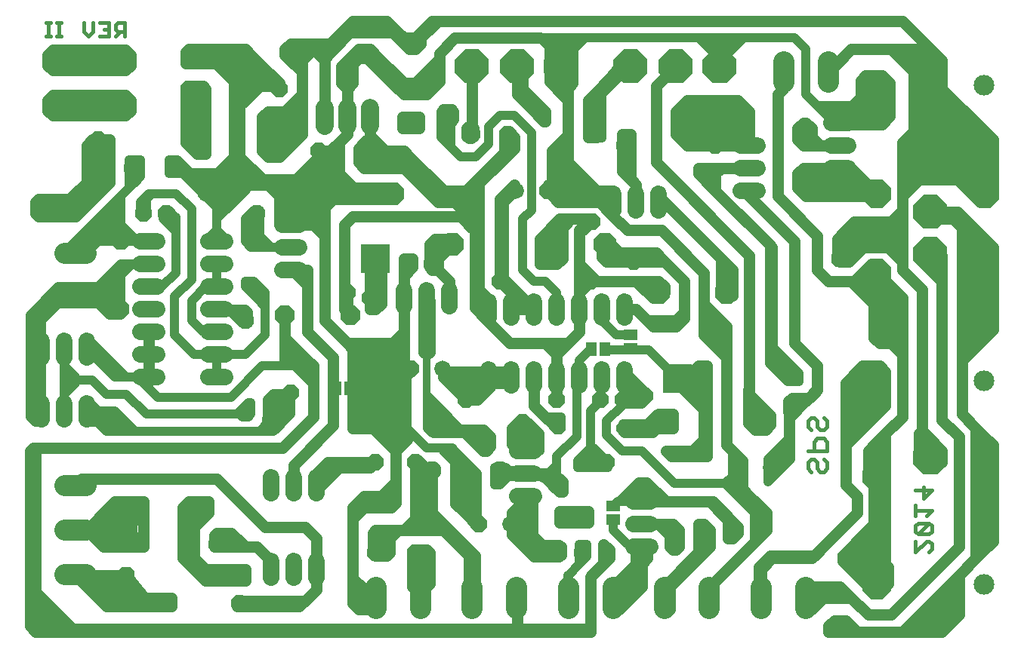
<source format=gbr>
G75*
G70*
%OFA0B0*%
%FSLAX24Y24*%
%IPPOS*%
%LPD*%
%AMOC8*
5,1,8,0,0,1.08239X$1,22.5*
%
%ADD10C,0.0180*%
%ADD11C,0.0150*%
%ADD12R,0.1000X0.1500*%
%ADD13R,0.2250X0.3500*%
%ADD14C,0.0920*%
%ADD15C,0.0720*%
%ADD16OC8,0.0720*%
%ADD17C,0.0720*%
%ADD18C,0.0872*%
%ADD19C,0.0833*%
%ADD20C,0.0840*%
%ADD21OC8,0.0760*%
%ADD22R,0.1280X0.1280*%
%ADD23OC8,0.1000*%
%ADD24C,0.0912*%
%ADD25C,0.0800*%
%ADD26R,0.0630X0.0460*%
%ADD27R,0.0460X0.0630*%
%ADD28C,0.1000*%
%ADD29C,0.0500*%
%ADD30C,0.0400*%
%ADD31C,0.0700*%
%ADD32C,0.0320*%
%ADD33OC8,0.1250*%
%ADD34OC8,0.1500*%
%ADD35OC8,0.0700*%
%ADD36OC8,0.0860*%
D10*
X041520Y019108D02*
X041657Y018971D01*
X041520Y019108D02*
X041520Y019381D01*
X041657Y019518D01*
X041794Y019518D01*
X041930Y019381D01*
X041930Y019108D01*
X042067Y018971D01*
X042204Y018971D01*
X042341Y019108D01*
X042341Y019381D01*
X042204Y019518D01*
X042341Y019892D02*
X041520Y019892D01*
X041794Y019892D02*
X041794Y020302D01*
X041930Y020439D01*
X042204Y020439D01*
X042341Y020302D01*
X042341Y019892D01*
X042204Y020813D02*
X042067Y020813D01*
X041930Y020949D01*
X041930Y021223D01*
X041794Y021360D01*
X041657Y021360D01*
X041520Y021223D01*
X041520Y020949D01*
X041657Y020813D01*
X042204Y020813D02*
X042341Y020949D01*
X042341Y021223D01*
X042204Y021360D01*
X011340Y038233D02*
X011340Y038814D01*
X011050Y038814D01*
X010953Y038717D01*
X010953Y038524D01*
X011050Y038427D01*
X011340Y038427D01*
X011147Y038427D02*
X010953Y038233D01*
X010640Y038233D02*
X010253Y038233D01*
X010447Y038524D02*
X010640Y038524D01*
X010640Y038814D02*
X010640Y038233D01*
X010640Y038814D02*
X010253Y038814D01*
X009940Y038814D02*
X009940Y038427D01*
X009747Y038233D01*
X009553Y038427D01*
X009553Y038814D01*
X008541Y038814D02*
X008347Y038814D01*
X008444Y038814D02*
X008444Y038233D01*
X008541Y038233D02*
X008347Y038233D01*
X008074Y038233D02*
X007881Y038233D01*
X007978Y038233D02*
X007978Y038814D01*
X008074Y038814D02*
X007881Y038814D01*
D11*
X046270Y018157D02*
X046981Y018157D01*
X046625Y017801D01*
X046625Y018275D01*
X046270Y017483D02*
X046270Y017010D01*
X046270Y017246D02*
X046981Y017246D01*
X046744Y017010D01*
X046862Y016691D02*
X046388Y016691D01*
X046270Y016573D01*
X046270Y016336D01*
X046388Y016218D01*
X046862Y016691D01*
X046981Y016573D01*
X046981Y016336D01*
X046862Y016218D01*
X046388Y016218D01*
X046270Y015900D02*
X046270Y015426D01*
X046744Y015900D01*
X046862Y015900D01*
X046981Y015781D01*
X046981Y015544D01*
X046862Y015426D01*
D12*
X011430Y016643D03*
D13*
X022555Y022893D03*
D14*
X022440Y013853D02*
X022440Y012933D01*
X024420Y012933D02*
X024420Y013853D01*
X026690Y013853D02*
X026690Y012933D01*
X028670Y012933D02*
X028670Y013853D01*
X030940Y013853D02*
X030940Y012933D01*
X032920Y012933D02*
X032920Y013853D01*
X035190Y013853D02*
X035190Y012933D01*
X037170Y012933D02*
X037170Y013853D01*
X039440Y013853D02*
X039440Y012933D01*
X041420Y012933D02*
X041420Y013853D01*
X009640Y014423D02*
X008720Y014423D01*
X008720Y016393D02*
X009640Y016393D01*
X009640Y018363D02*
X008720Y018363D01*
X008720Y026653D02*
X009640Y026653D01*
X009640Y028633D02*
X008720Y028633D01*
X008720Y035153D02*
X009640Y035153D01*
X009640Y037133D02*
X008720Y037133D01*
X040440Y037103D02*
X040440Y036183D01*
X042420Y036183D02*
X042420Y037103D01*
D15*
X028605Y031393D03*
X020230Y037393D03*
X014180Y035143D03*
X018680Y023843D03*
X025380Y023518D03*
X028380Y016643D03*
X038305Y016393D03*
X039880Y019143D03*
D16*
X038480Y019143D03*
X036930Y019768D03*
X035680Y019768D03*
X035243Y021143D03*
X034305Y022331D03*
X033368Y022143D03*
X032368Y022143D03*
X030430Y022143D03*
X028930Y021143D03*
X027305Y020143D03*
X024930Y021143D03*
X026430Y022143D03*
X023980Y023518D03*
X022180Y022643D03*
X018680Y022443D03*
X016680Y021643D03*
X016680Y025643D03*
X017180Y026893D03*
X021180Y026893D03*
X022180Y026643D03*
X023930Y028143D03*
X024930Y028143D03*
X026680Y029893D03*
X029805Y028268D03*
X027930Y027393D03*
X031930Y027393D03*
X033805Y028268D03*
X031993Y030018D03*
X031993Y031018D03*
X030005Y031393D03*
X028243Y033893D03*
X026680Y033893D03*
X025743Y034706D03*
X024180Y035893D03*
X021630Y037393D03*
X024180Y037893D03*
X018680Y037393D03*
X018180Y035893D03*
X016680Y037393D03*
X014180Y037143D03*
X014180Y035893D03*
X011180Y035143D03*
X010180Y033643D03*
X011680Y032393D03*
X013680Y032393D03*
X014180Y033643D03*
X013180Y030393D03*
X012180Y030393D03*
X008180Y030393D03*
X017180Y030393D03*
X019930Y033143D03*
X021930Y033143D03*
X029743Y034706D03*
X032243Y033893D03*
X033430Y033393D03*
X037430Y033393D03*
X037430Y034143D03*
X041430Y034143D03*
X040930Y023143D03*
X040930Y022081D03*
X039743Y021143D03*
X036930Y022081D03*
X036930Y023143D03*
X032618Y019393D03*
X031555Y019393D03*
X034305Y018331D03*
X035680Y015768D03*
X036930Y015768D03*
X039305Y016393D03*
X032618Y015393D03*
X031555Y015393D03*
X026980Y016643D03*
X024180Y015393D03*
X022430Y015393D03*
X022430Y019393D03*
X023305Y020143D03*
X024180Y019393D03*
X015430Y015768D03*
X016430Y013143D03*
X012430Y013143D03*
X011430Y015768D03*
X010930Y021393D03*
X010930Y023393D03*
X011180Y037143D03*
D17*
X018320Y029893D02*
X019040Y029893D01*
X019040Y028893D02*
X018320Y028893D01*
X018320Y027893D02*
X019040Y027893D01*
X015790Y028143D02*
X015070Y028143D01*
X015070Y027143D02*
X015790Y027143D01*
X015790Y026143D02*
X015070Y026143D01*
X015070Y025143D02*
X015790Y025143D01*
X015790Y024143D02*
X015070Y024143D01*
X015070Y023143D02*
X015790Y023143D01*
X012790Y023143D02*
X012070Y023143D01*
X012070Y024143D02*
X012790Y024143D01*
X012790Y025143D02*
X012070Y025143D01*
X012070Y026143D02*
X012790Y026143D01*
X012790Y027143D02*
X012070Y027143D01*
X012070Y028143D02*
X012790Y028143D01*
X012790Y029143D02*
X012070Y029143D01*
X015070Y029143D02*
X015790Y029143D01*
X009680Y024753D02*
X009680Y024033D01*
X008680Y024033D02*
X008680Y024753D01*
X007680Y024753D02*
X007680Y024033D01*
X007680Y022003D02*
X007680Y021283D01*
X008680Y021283D02*
X008680Y022003D01*
X009680Y022003D02*
X009680Y021283D01*
X017805Y018738D02*
X017805Y018018D01*
X018805Y018018D02*
X018805Y018738D01*
X019805Y018738D02*
X019805Y018018D01*
X019805Y015018D02*
X019805Y014298D01*
X018805Y014298D02*
X018805Y015018D01*
X017805Y015018D02*
X017805Y014298D01*
X028695Y017893D02*
X029415Y017893D01*
X029415Y018893D02*
X028695Y018893D01*
X028695Y019893D02*
X029415Y019893D01*
X029430Y022783D02*
X029430Y023503D01*
X030430Y023503D02*
X030430Y022783D01*
X031430Y022783D02*
X031430Y023503D01*
X032430Y023503D02*
X032430Y022783D01*
X033430Y022783D02*
X033430Y023503D01*
X033430Y025783D02*
X033430Y026503D01*
X032430Y026503D02*
X032430Y025783D01*
X031430Y025783D02*
X031430Y026503D01*
X030430Y026503D02*
X030430Y025783D01*
X029430Y025783D02*
X029430Y026503D01*
X028430Y026503D02*
X028430Y025783D01*
X027430Y025783D02*
X027430Y026503D01*
X025680Y026283D02*
X025680Y027003D01*
X024680Y027003D02*
X024680Y026283D01*
X023680Y026283D02*
X023680Y027003D01*
X027430Y023503D02*
X027430Y022783D01*
X028430Y022783D02*
X028430Y023503D01*
X033820Y017643D02*
X034540Y017643D01*
X034540Y016643D02*
X033820Y016643D01*
X033820Y015643D02*
X034540Y015643D01*
X034930Y030533D02*
X034930Y031253D01*
X033930Y031253D02*
X033930Y030533D01*
X032930Y030533D02*
X032930Y031253D01*
X038570Y031393D02*
X039290Y031393D01*
X039290Y032393D02*
X038570Y032393D01*
X038570Y033393D02*
X039290Y033393D01*
X042570Y033393D02*
X043290Y033393D01*
X043290Y032393D02*
X042570Y032393D01*
X042570Y034393D02*
X043290Y034393D01*
D18*
X037649Y036893D03*
X035680Y036893D03*
X033711Y036893D03*
X030649Y036893D03*
X028680Y036893D03*
X026711Y036893D03*
D19*
X017680Y034393D03*
X017680Y033143D03*
X014680Y033143D03*
X014680Y034393D03*
X024930Y019018D03*
X027930Y019018D03*
D20*
X014993Y031331D03*
X009993Y031331D03*
D21*
X011180Y029143D03*
X011180Y026143D03*
X011930Y017518D03*
X014930Y017518D03*
X016430Y014393D03*
X011430Y014393D03*
X030430Y015393D03*
X030430Y018393D03*
X043180Y015143D03*
X043180Y012143D03*
X042930Y028393D03*
X042930Y031393D03*
D22*
X035743Y023081D03*
X022430Y028393D03*
D23*
X025805Y029018D03*
X023180Y031268D03*
X032555Y029018D03*
X034930Y026893D03*
X037930Y026893D03*
X021680Y021143D03*
X017930Y021143D03*
D24*
X044568Y022978D03*
X049292Y022978D03*
X046930Y019569D03*
X049292Y018781D03*
X044568Y018781D03*
X044568Y013978D03*
X049292Y013978D03*
X049292Y027781D03*
X046930Y028569D03*
X046930Y030468D03*
X049292Y031256D03*
X044568Y031256D03*
X044568Y027781D03*
X044568Y036059D03*
X049292Y036059D03*
D25*
X022180Y035043D02*
X022180Y034243D01*
X021180Y034243D02*
X021180Y035043D01*
X020180Y035043D02*
X020180Y034243D01*
D26*
X033680Y025006D03*
X033680Y024406D03*
X032930Y017443D03*
X032930Y016843D03*
D27*
X032543Y024393D03*
X031943Y024393D03*
X021293Y022643D03*
X020693Y022643D03*
D28*
X025180Y031268D03*
D29*
X007430Y012393D02*
X007430Y011893D01*
X007180Y012143D01*
X007180Y014143D01*
X007430Y014143D01*
X007430Y013643D01*
X009180Y011893D01*
X008680Y011893D01*
X007680Y012893D01*
X007680Y012393D01*
X007930Y012143D01*
X007805Y012018D02*
X028430Y012018D01*
X028305Y011893D01*
X009180Y011893D01*
X008680Y011893D02*
X007430Y011893D01*
X007805Y012018D02*
X007430Y012393D01*
X007430Y013643D01*
X007430Y014143D02*
X007430Y020018D01*
X007305Y020018D01*
X007180Y019893D01*
X007180Y014143D01*
X008960Y014393D02*
X009180Y014423D01*
X009180Y014393D02*
X010555Y013018D01*
X010680Y013018D01*
X012930Y013018D01*
X013430Y013018D01*
X013430Y013393D01*
X013180Y013393D01*
X013430Y013143D01*
X013180Y013393D02*
X012930Y013393D01*
X011680Y013393D01*
X011930Y013143D01*
X010930Y013143D01*
X009680Y014143D01*
X010430Y014143D01*
X011180Y013393D01*
X011180Y013643D01*
X010680Y014143D01*
X010930Y014143D01*
X011430Y014393D01*
X012430Y013143D01*
X012930Y013393D01*
X012930Y013018D02*
X012430Y013143D01*
X011930Y013143D01*
X011680Y013393D02*
X011180Y013893D01*
X011430Y014393D01*
X009180Y014393D01*
X008960Y014393D01*
X010430Y015643D02*
X012180Y015643D01*
X012055Y015643D02*
X012180Y015768D01*
X012180Y016143D01*
X011430Y015768D01*
X012055Y015643D01*
X012180Y016143D02*
X012180Y017643D01*
X010930Y017643D01*
X009680Y016393D01*
X010430Y015643D01*
X011430Y015768D01*
X011930Y017518D01*
X010930Y017143D02*
X010430Y016643D01*
X010430Y016393D01*
X010680Y016143D01*
X010680Y015893D02*
X010930Y015893D01*
X010930Y017143D01*
X010180Y016393D02*
X009680Y016393D01*
X009180Y016393D01*
X010180Y016393D02*
X010680Y015893D01*
X013930Y015143D02*
X014430Y014643D01*
X014680Y014643D01*
X016180Y014643D01*
X016680Y014643D01*
X016680Y014143D01*
X014930Y014143D01*
X014180Y014893D01*
X014180Y017643D01*
X013930Y017393D01*
X013930Y015143D01*
X014430Y015143D02*
X015180Y014393D01*
X015430Y014393D01*
X014680Y014643D02*
X014430Y014893D01*
X014430Y015143D01*
X014430Y016518D01*
X015055Y017143D01*
X014430Y017143D01*
X014430Y016518D01*
X015055Y017143D02*
X015055Y017643D01*
X014430Y017643D01*
X014930Y017518D01*
X014430Y017643D02*
X014180Y017643D01*
X015430Y018643D02*
X009460Y018643D01*
X009180Y018363D01*
X007430Y020018D02*
X018305Y020018D01*
X019680Y021393D01*
X019680Y022893D01*
X019680Y023143D01*
X018930Y023893D01*
X018680Y023893D01*
X018430Y024143D01*
X018430Y024643D01*
X018430Y024893D01*
X018555Y024768D01*
X018430Y024643D01*
X018555Y024768D02*
X019430Y023893D01*
X018680Y024393D01*
X018680Y023893D01*
X019680Y022893D01*
X019680Y023143D02*
X019680Y023643D01*
X019430Y023893D01*
X018930Y023893D01*
X018680Y023843D02*
X018480Y023843D01*
X018430Y023893D01*
X018430Y024143D01*
X018430Y024893D02*
X018430Y025893D01*
X019430Y025143D02*
X020555Y024018D01*
X020555Y022643D01*
X020555Y021018D01*
X018805Y019268D01*
X018805Y018018D01*
X019805Y018018D02*
X019805Y018643D01*
X020305Y019143D01*
X020805Y019143D01*
X019805Y018143D01*
X019805Y018018D01*
X019805Y018643D02*
X019805Y018768D01*
X019805Y018893D01*
X020305Y019393D01*
X022430Y019393D01*
X022180Y019143D01*
X020805Y019143D01*
X020305Y019143D02*
X022430Y019393D01*
X023305Y019893D02*
X023805Y020393D01*
X023805Y020768D01*
X023680Y020893D01*
X022680Y020893D01*
X023305Y020268D01*
X023305Y020581D01*
X022743Y021143D01*
X023555Y021956D01*
X023555Y023018D01*
X023680Y023143D01*
X023680Y021893D01*
X023180Y021893D01*
X022680Y021393D01*
X022430Y021393D01*
X022430Y022643D01*
X022680Y022893D01*
X023180Y022893D01*
X023180Y022393D01*
X022680Y021893D01*
X022680Y022393D01*
X022930Y022643D01*
X023180Y023143D02*
X022430Y023143D01*
X022180Y022893D01*
X022180Y022643D01*
X022180Y021393D01*
X021430Y021393D01*
X021430Y021268D01*
X021618Y021331D01*
X021430Y021393D01*
X021430Y022518D01*
X021430Y024393D01*
X021180Y024643D01*
X023180Y024643D01*
X023680Y025143D01*
X023680Y023643D01*
X023180Y023143D01*
X023680Y023143D02*
X023680Y023643D01*
X023980Y023518D02*
X023930Y023343D01*
X023680Y023143D01*
X024680Y024143D02*
X024805Y024268D01*
X024805Y026518D01*
X024555Y026518D01*
X024555Y024268D01*
X024680Y024143D01*
X024680Y026643D01*
X025680Y026643D02*
X025680Y027393D01*
X025180Y027893D01*
X024930Y028143D01*
X025680Y028893D01*
X025680Y029143D01*
X025805Y029268D01*
X025055Y029268D01*
X024805Y029018D01*
X024805Y028518D01*
X025243Y028956D01*
X025680Y028893D02*
X025805Y029018D01*
X026930Y029518D02*
X026180Y030268D01*
X021430Y030268D01*
X021055Y029893D01*
X021055Y026143D01*
X021118Y026081D01*
X021180Y026143D01*
X021180Y026893D01*
X022180Y026643D02*
X022430Y026643D01*
X022430Y028393D01*
X022680Y028393D02*
X022180Y028393D01*
X022180Y026143D01*
X022430Y026143D01*
X022680Y026393D01*
X022680Y028393D01*
X023680Y028393D02*
X024055Y028393D01*
X024055Y028018D01*
X023930Y027893D01*
X023930Y028143D01*
X023930Y027893D02*
X023805Y027768D01*
X023680Y028393D02*
X023680Y026643D01*
X023680Y025143D01*
X025380Y023518D02*
X025430Y023393D01*
X025430Y023143D01*
X026430Y022143D01*
X026930Y022143D01*
X027430Y022643D01*
X027430Y023393D01*
X028430Y023393D01*
X028430Y022893D01*
X026680Y022893D01*
X026180Y022893D01*
X026430Y023143D02*
X026680Y022893D01*
X026930Y022893D02*
X026930Y022643D01*
X027430Y023143D01*
X028430Y023143D01*
X027430Y023393D02*
X027180Y023393D01*
X027180Y023143D01*
X026430Y022393D01*
X026180Y022393D01*
X025680Y022893D01*
X025930Y023143D01*
X026430Y023143D01*
X026430Y023393D02*
X025430Y023393D01*
X026430Y023393D02*
X027180Y023393D01*
X026930Y022893D02*
X026430Y023393D01*
X026930Y022643D02*
X026430Y022143D01*
X025180Y021643D02*
X025180Y021393D01*
X025430Y021143D01*
X025618Y021331D01*
X026118Y020831D01*
X027180Y020831D01*
X027493Y020518D01*
X027493Y020081D01*
X027305Y019893D01*
X027305Y020143D01*
X026930Y020518D01*
X026618Y020518D01*
X026368Y020768D01*
X025055Y020768D01*
X024993Y020706D01*
X026555Y020706D01*
X026305Y020768D02*
X025305Y020768D01*
X025180Y020893D01*
X026305Y020768D02*
X027180Y019893D01*
X027305Y019893D01*
X026430Y019143D02*
X026430Y018143D01*
X026680Y017643D02*
X026680Y018893D01*
X026430Y019143D01*
X024930Y019143D02*
X024430Y019143D01*
X024430Y017143D01*
X024305Y017143D02*
X024305Y017518D01*
X024930Y017143D01*
X024930Y016643D01*
X025055Y016643D02*
X024305Y017143D01*
X024180Y016893D02*
X024680Y016393D01*
X025430Y016393D01*
X026555Y015268D01*
X026555Y013268D01*
X026680Y013268D01*
X026805Y013393D01*
X026805Y015268D01*
X026680Y015393D01*
X024930Y017143D01*
X024930Y019018D01*
X024555Y019018D01*
X024430Y019143D02*
X024180Y019143D01*
X024180Y019393D01*
X024180Y019143D02*
X024180Y018393D01*
X024805Y019018D01*
X024930Y019018D01*
X024180Y018393D02*
X024180Y016893D01*
X023680Y016393D01*
X023430Y016393D01*
X023305Y016393D01*
X022805Y015893D01*
X022555Y016018D02*
X022555Y015393D01*
X022430Y015393D02*
X022430Y015268D01*
X022930Y015268D01*
X023055Y015393D01*
X023055Y016018D01*
X023430Y016393D01*
X023305Y016393D02*
X022930Y016393D01*
X022555Y016018D01*
X022430Y015893D01*
X022430Y016393D01*
X022305Y016268D01*
X022305Y015518D01*
X022430Y015393D01*
X022430Y015893D01*
X022430Y016393D02*
X022930Y016393D01*
X023680Y016393D02*
X024180Y016393D01*
X024680Y016393D01*
X024180Y016393D02*
X024180Y016893D01*
X024930Y017143D02*
X025430Y016393D01*
X024680Y015518D02*
X024180Y015518D01*
X024180Y015393D01*
X024305Y015268D01*
X024305Y013393D01*
X024420Y013393D02*
X024170Y015383D01*
X024180Y015393D01*
X024055Y015268D01*
X024055Y013893D01*
X024180Y013768D01*
X024180Y013393D01*
X024555Y013768D02*
X024805Y014018D01*
X024805Y015393D01*
X024680Y015518D01*
X026555Y015268D02*
X026680Y015143D01*
X026680Y015393D01*
X026680Y015143D02*
X026680Y013393D01*
X026690Y013393D01*
X028670Y013393D02*
X028680Y013393D01*
X028680Y011893D01*
X031680Y011893D01*
X031930Y011893D01*
X031930Y012018D01*
X031930Y014331D01*
X032743Y015143D01*
X032743Y015268D01*
X032680Y015331D01*
X032680Y015393D01*
X032618Y015393D02*
X032743Y015518D01*
X032493Y015768D01*
X032493Y015018D01*
X032618Y015331D02*
X032618Y015393D01*
X033930Y015643D02*
X033930Y014643D01*
X034180Y014643D02*
X034180Y013893D01*
X033680Y013393D01*
X033180Y012893D01*
X032930Y013893D01*
X034180Y015143D01*
X034180Y015643D01*
X034430Y015393D01*
X034430Y015143D01*
X034180Y014893D01*
X034180Y014643D01*
X034180Y014893D02*
X034180Y015143D01*
X035430Y015643D02*
X035430Y016143D01*
X034930Y016643D01*
X035555Y016268D01*
X035680Y016393D01*
X035805Y016393D01*
X035805Y015643D01*
X035680Y015518D01*
X035555Y015518D01*
X035430Y015643D01*
X035680Y015768D02*
X035680Y015518D01*
X035680Y015768D02*
X035680Y015893D01*
X035430Y016143D01*
X035680Y016393D02*
X035680Y015768D01*
X035805Y016393D02*
X035555Y016643D01*
X034930Y016643D01*
X034180Y016643D01*
X034930Y016643D02*
X035805Y016393D01*
X036680Y016393D02*
X036680Y016643D01*
X036930Y016643D01*
X037180Y016393D01*
X037180Y015643D01*
X036930Y015768D01*
X036930Y015643D01*
X035180Y013893D01*
X035190Y013903D02*
X036930Y015393D01*
X037180Y015643D01*
X036930Y015768D02*
X036930Y016393D01*
X037180Y016393D01*
X036930Y016393D02*
X036680Y016393D01*
X036680Y015143D01*
X035430Y013893D01*
X035430Y012893D01*
X035180Y013393D01*
X035190Y013393D02*
X035190Y013903D01*
X033680Y013393D02*
X032930Y013393D01*
X032920Y013393D01*
X031930Y012018D02*
X028430Y012018D01*
X028305Y011893D02*
X028680Y011893D01*
X029680Y015393D02*
X029180Y015893D01*
X029180Y016593D01*
X028380Y016643D01*
X029180Y016693D01*
X029055Y017893D01*
X029805Y018768D02*
X030055Y018893D01*
X029743Y018893D01*
X030555Y018081D01*
X030680Y018081D01*
X030680Y018518D01*
X030368Y018831D01*
X030430Y018643D02*
X030430Y018393D01*
X029743Y018893D02*
X029680Y018893D01*
X029180Y018893D01*
X029055Y018893D01*
X028930Y020143D02*
X029618Y020143D01*
X030368Y020956D02*
X030493Y020956D01*
X030555Y020956D01*
X030430Y021018D01*
X030368Y021268D01*
X030180Y021143D02*
X030368Y020956D01*
X030180Y021143D02*
X029930Y021393D01*
X029430Y021893D01*
X029430Y023143D01*
X030430Y023143D02*
X030430Y022143D01*
X030430Y023143D02*
X030430Y024143D01*
X029930Y024643D01*
X030930Y024643D01*
X031430Y025143D01*
X031430Y026143D01*
X031430Y026893D01*
X031430Y028143D01*
X032180Y027393D01*
X033930Y027393D01*
X034680Y026643D01*
X034930Y026643D01*
X035180Y026893D01*
X035180Y027143D01*
X034930Y027393D01*
X034430Y027393D01*
X034930Y026893D01*
X034430Y027393D02*
X033930Y027393D01*
X033805Y028268D02*
X035055Y028393D01*
X035180Y028268D01*
X033305Y028268D01*
X032618Y028268D01*
X032430Y028456D01*
X032430Y029018D01*
X032555Y029018D02*
X032680Y029143D01*
X033180Y028643D01*
X033305Y028268D01*
X033180Y028393D02*
X032680Y028893D01*
X033180Y028643D02*
X034805Y028643D01*
X035055Y028393D01*
X035180Y028268D02*
X036055Y027393D01*
X036055Y026018D01*
X036055Y025768D01*
X035680Y025393D01*
X034680Y025393D01*
X034430Y025643D01*
X033930Y026143D01*
X033430Y026143D01*
X034430Y025643D02*
X035680Y025643D01*
X036055Y026018D01*
X036930Y026393D02*
X036930Y025018D01*
X037555Y024393D01*
X037930Y024018D01*
X037930Y024518D01*
X037805Y024518D01*
X037180Y025143D01*
X037180Y025643D01*
X037680Y025143D01*
X037680Y024643D01*
X037555Y024393D01*
X037805Y024518D01*
X037930Y024518D02*
X037930Y025393D01*
X036930Y026393D01*
X036930Y027768D01*
X035055Y029643D01*
X033555Y029643D01*
X032930Y030268D01*
X032305Y030893D01*
X031993Y031018D02*
X031930Y030893D01*
X031680Y031393D02*
X032930Y031393D01*
X032930Y031143D01*
X032930Y030893D02*
X032930Y030268D01*
X032930Y030893D02*
X032680Y030893D01*
X031430Y031643D01*
X030430Y032643D01*
X030430Y032393D02*
X030930Y031893D01*
X031430Y031643D02*
X030055Y031643D01*
X030005Y031393D01*
X030430Y031393D02*
X030430Y032393D01*
X030930Y032643D02*
X030930Y033393D01*
X030680Y033143D01*
X030555Y033018D02*
X030930Y032643D01*
X032680Y030893D01*
X031930Y030143D02*
X031055Y030143D01*
X030930Y030143D01*
X030055Y029268D01*
X030055Y028518D01*
X030180Y028393D01*
X030180Y029143D01*
X030305Y029268D01*
X029805Y029393D02*
X029680Y029268D01*
X029680Y028268D01*
X029805Y028143D01*
X030430Y028143D01*
X030680Y028393D01*
X030680Y029768D01*
X031055Y030143D01*
X030930Y030143D02*
X030555Y030143D01*
X029805Y029393D01*
X029805Y028268D01*
X029680Y028268D02*
X029680Y028143D01*
X028430Y027143D02*
X029430Y026143D01*
X028430Y026143D01*
X028430Y026643D01*
X028680Y026393D01*
X029430Y026393D01*
X028430Y026643D02*
X028430Y026893D01*
X028430Y027143D01*
X028055Y027518D01*
X028055Y030018D01*
X028055Y030893D01*
X028555Y031643D01*
X028555Y031393D01*
X028055Y030893D01*
X027930Y030768D01*
X027930Y029393D01*
X028055Y030018D01*
X027930Y029393D02*
X027930Y027393D01*
X028430Y026893D01*
X027430Y026393D02*
X027430Y026143D01*
X027430Y025581D01*
X028368Y024643D01*
X029930Y024643D01*
X030430Y024143D02*
X030930Y024643D01*
X033430Y023143D02*
X033430Y022206D01*
X033368Y022143D01*
X032368Y022143D02*
X032368Y022081D01*
X033430Y023143D02*
X033618Y023143D01*
X034305Y022456D01*
X034305Y022331D01*
X034930Y021518D02*
X035555Y021518D01*
X035555Y020893D01*
X034930Y020893D01*
X034930Y021518D01*
X035243Y019893D02*
X035493Y019643D01*
X036493Y019643D01*
X036680Y019893D01*
X036430Y019893D01*
X035680Y019893D01*
X035680Y019768D01*
X035493Y019643D01*
X035680Y019768D02*
X036930Y019768D01*
X036930Y019643D01*
X037055Y019643D01*
X037055Y023518D01*
X037055Y023643D01*
X036930Y023643D01*
X037055Y023518D01*
X036930Y023643D02*
X036680Y023643D01*
X036180Y023143D01*
X035930Y022893D01*
X036180Y022893D01*
X036930Y022143D01*
X036930Y022081D01*
X036930Y021643D01*
X036930Y020393D01*
X036930Y019893D01*
X036680Y019893D01*
X036430Y019893D02*
X036930Y020393D01*
X036930Y019893D02*
X036930Y019768D01*
X036930Y019643D02*
X036493Y019643D01*
X035680Y019893D02*
X035243Y019893D01*
X037930Y020143D02*
X038180Y019893D01*
X038493Y019581D01*
X038493Y019393D01*
X038480Y019381D01*
X038480Y019143D01*
X038493Y019081D02*
X038493Y019393D01*
X038493Y019081D02*
X038493Y018143D01*
X038930Y017893D01*
X039305Y017518D01*
X039680Y017143D01*
X039680Y016393D01*
X039305Y016018D01*
X039305Y016393D01*
X039305Y017518D01*
X039180Y017393D02*
X039180Y015893D01*
X039305Y016018D01*
X039180Y015893D02*
X037180Y013893D01*
X037170Y013893D01*
X037170Y013393D01*
X039368Y013893D02*
X039368Y014768D01*
X039868Y015268D01*
X041805Y015268D01*
X042180Y015643D01*
X041680Y015143D02*
X043680Y017143D01*
X043680Y017893D01*
X043180Y018393D01*
X043180Y020143D01*
X043180Y020643D01*
X044680Y022143D01*
X044680Y023393D01*
X044180Y023393D01*
X043430Y022643D01*
X043430Y022143D01*
X044180Y022893D01*
X044180Y022643D01*
X044430Y022393D01*
X043430Y021393D01*
X043180Y021590D02*
X043180Y020643D01*
X044180Y019893D02*
X044568Y020281D01*
X044568Y018781D01*
X044568Y015143D01*
X043180Y015143D01*
X043055Y015143D01*
X043055Y015018D01*
X044305Y013768D01*
X044305Y014893D01*
X044430Y015018D01*
X043555Y015018D01*
X044180Y014393D01*
X044180Y014143D01*
X044680Y013643D01*
X045055Y014018D01*
X045055Y014768D01*
X044555Y015268D01*
X044555Y015018D01*
X044930Y014643D01*
X044930Y020643D01*
X044568Y020281D01*
X044930Y020643D02*
X045680Y021393D01*
X045680Y024143D01*
X045180Y024643D01*
X044680Y024643D01*
X044430Y024893D01*
X044430Y025393D01*
X045180Y024643D01*
X045680Y024643D02*
X045680Y024143D01*
X045680Y024643D02*
X044430Y025893D01*
X044430Y026393D01*
X044680Y026393D01*
X044430Y026393D02*
X045680Y025143D01*
X045680Y024643D01*
X045680Y025143D02*
X045680Y025768D01*
X044305Y027143D01*
X043805Y027143D01*
X043680Y027268D01*
X044055Y027268D01*
X044305Y027518D01*
X044680Y027143D01*
X044930Y026893D02*
X045680Y026143D01*
X045680Y025768D01*
X045680Y026143D02*
X045680Y026643D01*
X044568Y027756D01*
X044568Y027781D01*
X044542Y027781D01*
X044680Y028143D02*
X044305Y028143D01*
X043555Y027393D01*
X043430Y027393D01*
X042430Y027393D01*
X041930Y027893D01*
X041930Y029393D01*
X040180Y031143D01*
X040180Y035643D01*
X040430Y035893D01*
X040430Y036633D01*
X040440Y036643D01*
X042420Y036643D02*
X042680Y036893D01*
X043430Y037643D01*
X045180Y037643D01*
X046180Y036643D01*
X046180Y034018D01*
X045680Y033518D01*
X045680Y031143D01*
X045680Y030518D01*
X045180Y030018D01*
X043555Y030018D01*
X043180Y029643D01*
X043430Y029393D01*
X044430Y029393D01*
X044680Y029643D01*
X044180Y029643D01*
X043680Y029143D01*
X043555Y029018D01*
X043680Y029018D01*
X043805Y028893D01*
X045555Y028893D01*
X045680Y029018D01*
X045680Y029393D01*
X045555Y029518D01*
X044680Y029518D01*
X044430Y029268D01*
X045305Y029268D01*
X045430Y029143D01*
X044805Y029143D01*
X045680Y028268D01*
X045680Y027893D01*
X046555Y027018D01*
X046555Y020768D01*
X046430Y020643D01*
X046430Y020393D01*
X046430Y019393D01*
X047430Y019393D01*
X047430Y019643D01*
X046680Y020393D01*
X046680Y020643D02*
X046430Y020393D01*
X046680Y020643D02*
X047430Y019893D01*
X047430Y019643D01*
X046930Y019569D02*
X046555Y019944D01*
X046555Y020768D01*
X047430Y021268D02*
X048180Y020518D01*
X048180Y015643D01*
X045180Y012643D01*
X044180Y012643D01*
X043430Y013393D01*
X042180Y013393D01*
X041680Y012893D01*
X041430Y012893D01*
X041430Y013893D01*
X042930Y013893D01*
X043430Y013393D01*
X044568Y013978D02*
X044568Y015143D01*
X044180Y015268D02*
X044555Y015643D01*
X043555Y015643D01*
X043055Y015143D01*
X043055Y015268D01*
X044430Y016643D01*
X044430Y016143D01*
X043555Y015268D01*
X044180Y015268D01*
X044430Y016643D02*
X044430Y018643D01*
X044180Y018893D01*
X044180Y019893D01*
X043180Y020143D02*
X044930Y021893D01*
X044930Y023393D01*
X044680Y023643D01*
X043930Y023643D01*
X043180Y022893D01*
X043180Y021590D01*
X044568Y022978D01*
X043430Y022143D02*
X043430Y021893D01*
X041930Y022581D02*
X041805Y022456D01*
X041430Y022081D01*
X040930Y022081D01*
X040680Y021831D01*
X040680Y021268D01*
X040680Y020456D01*
X040680Y019943D01*
X039880Y019143D01*
X038430Y018393D02*
X038430Y017956D01*
X039368Y017018D01*
X038430Y016518D02*
X037305Y017643D01*
X037180Y017643D01*
X037993Y016831D01*
X037993Y016018D01*
X038180Y016018D01*
X038430Y016268D01*
X038430Y016518D01*
X038368Y016518D02*
X038305Y016518D01*
X037993Y016831D01*
X038305Y016518D02*
X038305Y016393D01*
X036930Y015768D02*
X036930Y015393D01*
X036680Y015143D01*
X039440Y014653D02*
X039440Y013393D01*
X039430Y013393D02*
X039430Y013768D01*
X039368Y013893D01*
X039440Y014653D02*
X039930Y015143D01*
X041680Y015143D01*
X041420Y013393D02*
X042180Y013393D01*
X042680Y012393D02*
X042430Y012143D01*
X042430Y011893D01*
X043430Y011893D01*
X043680Y011893D01*
X043430Y012143D01*
X043180Y012393D01*
X042680Y012393D01*
X043180Y012143D02*
X043430Y012143D01*
X043180Y012143D02*
X043430Y011893D01*
X043680Y011893D02*
X045680Y011893D01*
X047430Y011893D01*
X048180Y012643D01*
X048180Y014393D01*
X046180Y012393D01*
X046430Y012143D01*
X046930Y012143D01*
X047930Y013143D01*
X047930Y013643D01*
X046680Y012393D01*
X046930Y012143D02*
X047180Y012143D01*
X047930Y012893D01*
X047930Y013143D01*
X046180Y012393D02*
X045680Y011893D01*
X048180Y014393D02*
X048930Y015143D01*
X048930Y020893D01*
X048305Y021518D01*
X048305Y023893D01*
X048305Y024518D01*
X049555Y025768D01*
X049555Y027518D01*
X049680Y027643D01*
X049680Y027393D01*
X048430Y026143D01*
X048430Y025393D01*
X048680Y025143D01*
X048680Y025393D01*
X049430Y026143D01*
X049430Y026643D01*
X048680Y025893D01*
X048680Y025393D01*
X048305Y024518D02*
X048305Y026518D01*
X048305Y029768D01*
X047930Y030143D01*
X048055Y030143D01*
X048805Y029393D01*
X048805Y027143D01*
X048680Y027018D01*
X048680Y028893D01*
X049180Y029393D01*
X049680Y028893D01*
X049680Y027643D01*
X049680Y027393D02*
X049680Y025268D01*
X048305Y023893D01*
X048305Y026518D02*
X049180Y027393D01*
X049180Y027794D01*
X049292Y027781D01*
X049180Y027893D01*
X049180Y029393D01*
X048105Y030468D01*
X046930Y030468D01*
X047180Y030143D02*
X047930Y030143D01*
X049118Y030893D02*
X047868Y032143D01*
X048180Y032143D01*
X048930Y031393D01*
X049180Y031643D02*
X049292Y031531D01*
X049292Y031256D01*
X049430Y031143D02*
X049180Y030893D01*
X049118Y030893D01*
X049430Y031143D02*
X049430Y031893D01*
X046180Y031893D01*
X045930Y031643D01*
X046180Y031643D01*
X046930Y032393D01*
X048180Y032393D01*
X048430Y032143D01*
X048180Y032643D02*
X047430Y032643D01*
X047180Y032643D01*
X046930Y032393D01*
X047430Y032643D02*
X047430Y035393D01*
X049430Y033393D01*
X049430Y032893D01*
X047680Y034643D01*
X047680Y034143D01*
X049180Y032643D01*
X049180Y032143D01*
X047680Y033643D01*
X047680Y033143D01*
X047930Y032893D01*
X048430Y032893D01*
X049430Y031893D01*
X049430Y032893D01*
X049180Y032143D02*
X049180Y031643D01*
X048180Y032643D01*
X047180Y032893D02*
X046180Y031893D01*
X046180Y031643D02*
X045680Y031143D01*
X045680Y030518D02*
X045680Y029643D01*
X044680Y029643D01*
X044430Y029393D02*
X043305Y028268D01*
X043055Y028268D01*
X042930Y028268D01*
X042805Y028393D01*
X042805Y029268D01*
X043180Y029643D01*
X043680Y029643D01*
X043680Y029143D01*
X043555Y029018D02*
X043180Y028643D01*
X043180Y028393D01*
X043055Y028268D01*
X042930Y028268D02*
X042930Y028393D01*
X042930Y028893D01*
X043680Y029643D01*
X044180Y029643D01*
X044680Y029143D02*
X044805Y029143D01*
X045680Y029018D02*
X045680Y028268D01*
X044930Y027893D02*
X044930Y026893D01*
X044430Y026393D02*
X043430Y027393D01*
X044680Y028143D02*
X044930Y027893D01*
X046680Y028143D02*
X046930Y027893D01*
X047430Y027393D01*
X047430Y028518D01*
X047305Y028643D01*
X047180Y028643D01*
X046930Y028569D02*
X046930Y027893D01*
X047430Y027393D02*
X047430Y021268D01*
X048930Y020893D02*
X049292Y020531D01*
X049680Y020143D01*
X049680Y015893D01*
X049292Y015506D01*
X049292Y018781D01*
X049292Y020531D01*
X044430Y018768D02*
X044430Y018643D01*
X039743Y021143D02*
X039243Y021331D01*
X038930Y021643D01*
X038930Y022456D01*
X038930Y028518D01*
X034805Y032643D01*
X034805Y036018D01*
X035680Y036893D01*
X037180Y037893D02*
X038180Y037893D01*
X037680Y037393D01*
X037680Y037143D01*
X037680Y036893D01*
X037649Y036893D02*
X037649Y037893D01*
X037649Y037925D01*
X037430Y035393D02*
X036180Y035393D01*
X035680Y034893D01*
X035680Y034143D01*
X036180Y033643D01*
X038430Y033643D01*
X038680Y033893D01*
X037430Y035143D01*
X036430Y035143D01*
X035930Y034643D01*
X037680Y034643D01*
X037930Y034393D01*
X036180Y034393D01*
X036180Y034143D02*
X035930Y034393D01*
X036680Y034393D01*
X037180Y033893D01*
X037430Y034143D02*
X037430Y033393D01*
X035680Y034143D01*
X035680Y033893D01*
X036180Y033393D01*
X038930Y033393D01*
X038930Y034893D01*
X038430Y035393D01*
X038180Y035393D01*
X038680Y034893D01*
X038680Y034643D01*
X038180Y035143D01*
X038180Y035393D02*
X037430Y035393D01*
X038680Y034143D01*
X037430Y034143D01*
X036180Y034143D01*
X033680Y033893D02*
X033305Y033893D01*
X033305Y033768D01*
X033305Y033643D01*
X033430Y033768D01*
X033430Y033518D01*
X033305Y032893D01*
X033305Y032518D01*
X033555Y032268D01*
X033305Y032268D01*
X033305Y032518D01*
X033305Y032268D02*
X033680Y031893D01*
X033930Y031643D01*
X033430Y032268D01*
X033305Y033143D01*
X033305Y032893D01*
X033305Y033143D02*
X033305Y033643D01*
X033305Y033768D02*
X033680Y033893D01*
X033680Y031893D01*
X033930Y031643D02*
X033930Y030893D01*
X034930Y030893D02*
X034930Y030643D01*
X034930Y030768D02*
X035305Y030768D01*
X037680Y028393D01*
X037680Y026768D01*
X037805Y026643D01*
X037930Y026643D01*
X037930Y026893D01*
X037930Y028143D01*
X038180Y027893D01*
X038180Y026768D01*
X037180Y025768D02*
X037180Y025643D01*
X037930Y024018D02*
X037930Y020143D01*
X036930Y022081D02*
X036930Y022893D01*
X036180Y022893D01*
X036180Y022643D02*
X036680Y022643D01*
X036930Y022893D02*
X036930Y023143D01*
X036680Y023143D02*
X036180Y023143D01*
X035930Y022893D02*
X035743Y023081D01*
X039930Y024393D02*
X039930Y028893D01*
X039805Y029018D01*
X037430Y031393D01*
X036680Y032143D01*
X036680Y032393D01*
X036930Y032393D01*
X037180Y032393D01*
X037180Y031893D01*
X037430Y032143D01*
X037680Y032393D01*
X037180Y032393D01*
X036930Y032393D02*
X036680Y032143D01*
X037430Y032143D02*
X037430Y031393D01*
X037680Y032393D02*
X038930Y032393D01*
X038930Y031393D02*
X038930Y031143D01*
X040930Y029143D01*
X040930Y024643D01*
X041930Y023643D01*
X041930Y022581D01*
X040930Y023143D02*
X039930Y024393D01*
X044430Y025393D02*
X044430Y025893D01*
X045680Y029393D02*
X045680Y029643D01*
X044456Y031143D02*
X044568Y031256D01*
X044555Y031268D02*
X043430Y032393D01*
X041930Y032393D01*
X041430Y031893D01*
X041430Y031393D01*
X042930Y031393D01*
X042930Y032393D01*
X041305Y032393D01*
X041055Y032143D01*
X041055Y031518D01*
X041430Y031143D01*
X044430Y031143D01*
X044555Y031268D01*
X044456Y031143D02*
X044180Y031393D01*
X043930Y031393D01*
X043680Y031643D01*
X041680Y031643D01*
X041680Y031893D01*
X041930Y032143D01*
X043180Y032143D01*
X043430Y031893D01*
X042930Y031393D02*
X043930Y031393D01*
X045930Y031643D02*
X045930Y032143D01*
X046930Y033143D01*
X046930Y036393D01*
X046430Y036393D01*
X046430Y033643D01*
X045930Y033143D01*
X045930Y032643D01*
X046430Y033143D01*
X046430Y033643D01*
X047180Y032893D02*
X047180Y036393D01*
X046680Y036893D01*
X046180Y037393D01*
X045930Y037393D02*
X046680Y036643D01*
X046680Y036893D01*
X047430Y036643D02*
X047430Y037143D01*
X046930Y037643D01*
X045680Y038893D01*
X025180Y038893D01*
X024930Y038893D01*
X023930Y037893D01*
X023930Y037643D01*
X024180Y037643D01*
X024430Y037893D01*
X024430Y038143D01*
X025180Y038893D01*
X024930Y038893D02*
X024430Y038143D01*
X024180Y037893D01*
X023930Y037893D01*
X023680Y037893D01*
X023180Y038393D01*
X021180Y038393D01*
X020180Y037393D01*
X020230Y037393D01*
X020180Y037393D02*
X019680Y037643D01*
X020180Y037143D01*
X020180Y037268D01*
X021430Y038518D01*
X021180Y038393D02*
X020930Y038393D01*
X021430Y038893D01*
X022430Y038893D01*
X022930Y038893D01*
X023430Y038393D01*
X023180Y038393D01*
X023430Y038393D02*
X023680Y038143D01*
X024180Y037893D01*
X023930Y037643D01*
X023680Y037893D01*
X023680Y038143D01*
X024430Y038143D01*
X025243Y037456D02*
X025243Y037206D01*
X025243Y036206D01*
X024680Y035643D01*
X024430Y035643D01*
X024180Y035643D01*
X023680Y035643D01*
X021930Y037393D01*
X021805Y037393D01*
X021180Y036768D01*
X021180Y035893D01*
X020930Y036143D01*
X020930Y036893D01*
X021180Y037143D01*
X021380Y037143D01*
X021430Y037143D01*
X021430Y036143D01*
X021180Y035893D01*
X021180Y034643D01*
X021180Y033893D01*
X020805Y033518D01*
X020430Y033143D01*
X019930Y033143D01*
X019930Y032893D01*
X018930Y031893D01*
X018680Y031893D01*
X019180Y031643D01*
X018430Y031643D01*
X018555Y031518D01*
X020180Y031518D01*
X019680Y031643D01*
X018930Y031643D01*
X018805Y031393D01*
X020055Y030143D01*
X019930Y030893D01*
X019430Y031393D01*
X019180Y031643D02*
X019180Y031893D01*
X019680Y031893D01*
X019930Y032143D01*
X019680Y032143D01*
X019680Y031893D02*
X019930Y031893D01*
X019930Y032143D01*
X019930Y032393D01*
X020430Y032893D01*
X020430Y032643D01*
X020180Y032393D01*
X019930Y032393D02*
X019930Y032893D01*
X020430Y033143D02*
X020680Y032893D01*
X020680Y032143D01*
X020805Y032143D02*
X020680Y032893D01*
X020680Y032268D02*
X020805Y032143D01*
X020805Y033518D01*
X021680Y033268D02*
X021930Y033518D01*
X021930Y033393D01*
X021680Y033143D01*
X021680Y033268D01*
X021680Y033143D02*
X021680Y032643D01*
X021930Y032393D01*
X023680Y032393D01*
X025180Y030893D01*
X025930Y030893D01*
X025680Y031143D01*
X026180Y031143D01*
X027430Y032393D01*
X028118Y033081D01*
X028118Y033831D01*
X028180Y033893D01*
X028243Y033893D02*
X028180Y033143D01*
X028118Y033081D01*
X028180Y033143D02*
X028180Y032893D01*
X027680Y032393D01*
X027430Y032143D01*
X026930Y031643D01*
X026680Y030893D01*
X026180Y030393D01*
X026305Y030768D01*
X026680Y029893D01*
X026680Y030268D01*
X026805Y030143D01*
X026805Y026643D01*
X026805Y026206D01*
X027430Y025581D01*
X027430Y026143D02*
X027305Y026143D01*
X026805Y026643D01*
X026930Y026643D02*
X026930Y029518D01*
X026930Y030143D01*
X026680Y029893D01*
X026430Y030393D01*
X025930Y030893D01*
X026180Y030893D01*
X025805Y031268D01*
X025180Y031268D01*
X025180Y031393D02*
X026680Y031393D01*
X026180Y030893D02*
X026180Y030393D01*
X026180Y030893D02*
X025680Y031143D01*
X023930Y032893D01*
X023680Y032893D01*
X022180Y032893D01*
X021930Y032643D01*
X023930Y032643D01*
X025180Y031393D01*
X023930Y032893D02*
X023680Y033143D01*
X022430Y033143D01*
X022180Y033393D01*
X022180Y033768D01*
X021930Y033518D01*
X021930Y033393D02*
X021930Y033143D01*
X022430Y033143D01*
X022180Y033768D02*
X022180Y033893D01*
X022180Y034643D01*
X023618Y034643D02*
X023618Y034143D01*
X023680Y034143D01*
X023680Y034643D01*
X023618Y034643D01*
X023680Y034643D02*
X024118Y034643D01*
X024180Y034393D01*
X023930Y034143D01*
X023680Y034143D02*
X024368Y034143D01*
X024368Y034643D01*
X024118Y034643D01*
X024180Y035643D02*
X024180Y035893D01*
X023680Y035893D01*
X023680Y035643D01*
X022180Y037393D01*
X021930Y037393D01*
X021805Y037393D02*
X021630Y037393D01*
X021380Y037143D01*
X021430Y037143D02*
X021430Y037268D01*
X022555Y037268D01*
X023680Y036143D01*
X024180Y036143D01*
X025243Y037206D01*
X024930Y036393D01*
X024930Y036143D01*
X024430Y035643D01*
X024430Y035893D02*
X024180Y035893D01*
X024430Y035893D02*
X024930Y036393D01*
X023680Y035893D02*
X023430Y035893D01*
X022680Y036643D01*
X022555Y037268D01*
X022180Y037643D01*
X021680Y037643D01*
X021430Y037393D01*
X021180Y037143D01*
X021180Y036768D01*
X021430Y037268D02*
X021430Y037393D01*
X021630Y037393D01*
X020930Y038393D02*
X020430Y037893D01*
X018680Y037893D01*
X018430Y037643D01*
X018430Y037393D01*
X019180Y036643D01*
X019180Y035643D01*
X019180Y035393D01*
X018180Y034393D01*
X018180Y033893D01*
X018430Y033643D01*
X018430Y034143D01*
X018930Y034643D01*
X018930Y034143D01*
X018680Y033893D01*
X018180Y033893D02*
X018180Y033143D01*
X017930Y032893D01*
X018180Y032893D01*
X019180Y033893D01*
X019180Y035393D01*
X019180Y035643D02*
X018430Y034893D01*
X017680Y034893D01*
X017930Y034643D01*
X018180Y034643D01*
X018180Y034393D01*
X017930Y034643D02*
X017930Y032893D01*
X017680Y032893D01*
X017430Y033143D01*
X017430Y034643D01*
X017680Y034893D01*
X017680Y034393D01*
X017680Y033143D01*
X017930Y032893D01*
X017930Y031643D02*
X019180Y030393D01*
X019680Y029893D01*
X019430Y029893D01*
X018430Y030893D01*
X018180Y031143D02*
X017680Y031643D01*
X016430Y032893D01*
X016430Y032393D01*
X016930Y031893D01*
X018680Y031893D01*
X018430Y031643D01*
X017930Y031643D01*
X017680Y031643D01*
X016930Y031643D01*
X016805Y031643D01*
X015180Y031643D01*
X014993Y031331D01*
X014180Y032143D01*
X014930Y032143D01*
X016180Y032143D01*
X016180Y032893D01*
X015180Y031893D01*
X014993Y031331D01*
X014930Y032143D01*
X015180Y031893D02*
X016180Y031893D01*
X016930Y031893D01*
X016430Y032143D02*
X016430Y032393D01*
X016430Y032143D02*
X016180Y032143D01*
X016430Y035143D01*
X016430Y032893D01*
X016180Y032893D02*
X016180Y035143D01*
X017180Y036143D01*
X017430Y036143D01*
X017430Y036393D01*
X017180Y036643D01*
X017180Y036393D01*
X016430Y035643D01*
X016680Y035393D01*
X016430Y035143D01*
X016180Y035143D02*
X016180Y036143D01*
X016180Y036893D01*
X017430Y036893D01*
X016930Y037393D01*
X016680Y037643D01*
X014680Y037643D01*
X014180Y037643D01*
X014055Y037518D01*
X014055Y037018D01*
X015555Y037018D01*
X015680Y037143D01*
X015930Y037143D01*
X016180Y036893D02*
X015180Y037143D01*
X014180Y037143D01*
X014680Y037643D01*
X014680Y037393D02*
X014180Y037143D01*
X014680Y037393D02*
X016680Y037393D01*
X016930Y037393D01*
X017430Y036893D02*
X018180Y036143D01*
X018180Y035893D01*
X018055Y036018D02*
X017430Y036393D01*
X017430Y036893D01*
X016930Y036643D02*
X016680Y036643D01*
X016430Y036393D01*
X016430Y036143D01*
X016930Y036643D01*
X016430Y036143D02*
X016430Y035643D01*
X016680Y035393D02*
X017305Y036018D01*
X018055Y036018D01*
X019180Y036643D02*
X019180Y036893D01*
X018680Y037393D01*
X019680Y037643D01*
X019180Y037143D01*
X018680Y037393D01*
X019180Y037143D02*
X019180Y036893D01*
X020180Y037143D02*
X020180Y034643D01*
X020805Y032143D02*
X021305Y031643D01*
X021180Y031643D01*
X019930Y030393D01*
X019930Y030143D01*
X019680Y029893D02*
X020180Y029393D01*
X020180Y031518D01*
X023055Y031518D01*
X023180Y031393D01*
X023180Y031268D01*
X023180Y031143D02*
X023180Y031018D01*
X023055Y031018D01*
X022805Y031268D01*
X020055Y031268D01*
X020305Y031018D01*
X023055Y031018D01*
X021180Y031643D02*
X020930Y031643D01*
X020680Y031893D01*
X020805Y032143D02*
X020180Y031893D01*
X019930Y031893D01*
X019180Y031893D02*
X018930Y031893D01*
X018180Y031143D02*
X018180Y030393D01*
X018180Y029893D01*
X019430Y029893D01*
X019180Y030393D02*
X018180Y030393D01*
X018680Y029893D01*
X020180Y029393D02*
X020180Y025643D01*
X021180Y024643D01*
X021305Y025893D02*
X021118Y026081D01*
X019430Y025143D02*
X019430Y027143D01*
X019430Y027893D01*
X018680Y027893D01*
X015930Y026143D02*
X015680Y026143D01*
X015430Y026143D01*
X012430Y025143D02*
X012430Y024143D01*
X012430Y023143D01*
X017680Y022143D02*
X017680Y021143D01*
X017680Y020893D01*
X017930Y021143D02*
X017930Y022143D01*
X018180Y022393D01*
X017930Y022393D01*
X017680Y022143D01*
X018180Y022393D02*
X018630Y022393D01*
X018680Y022443D01*
X018680Y022393D02*
X018305Y022018D01*
X018305Y021518D01*
X018180Y021393D01*
X021430Y021268D02*
X021430Y020893D01*
X022305Y020893D01*
X023305Y019893D01*
X023305Y020143D01*
X023430Y020143D01*
X023305Y020143D02*
X023305Y020268D01*
X023305Y020581D02*
X023555Y021143D01*
X022743Y021143D01*
X022180Y021143D01*
X021430Y020893D01*
X021680Y021143D02*
X021430Y021268D01*
X022180Y021393D02*
X022180Y021143D01*
X022305Y020893D02*
X022680Y020893D01*
X023555Y021143D02*
X023555Y021956D01*
X023305Y019893D02*
X023305Y017581D01*
X023118Y017393D01*
X021430Y017393D01*
X021930Y017893D01*
X022680Y017893D01*
X023180Y018393D01*
X023180Y017893D01*
X022930Y017643D01*
X022180Y017643D01*
X021430Y016893D01*
X021430Y014268D01*
X022055Y013643D01*
X022180Y013393D02*
X022180Y012893D01*
X021680Y012893D01*
X021430Y013143D01*
X021430Y013393D01*
X021430Y014268D01*
X021680Y013893D02*
X021680Y013643D01*
X021430Y013393D02*
X022180Y013393D01*
X022440Y013393D01*
X019805Y013768D02*
X019305Y013268D01*
X016305Y013268D01*
X016305Y013018D01*
X016430Y013018D01*
X019055Y013018D01*
X019180Y013143D01*
X019305Y013268D01*
X019180Y013143D02*
X016430Y013143D01*
X016430Y013018D01*
X016430Y014393D02*
X016180Y014643D01*
X017180Y015643D02*
X017805Y015018D01*
X017180Y015643D02*
X016680Y015643D01*
X016180Y015643D01*
X015930Y015893D01*
X015680Y015893D01*
X015555Y016018D01*
X015430Y015768D02*
X015305Y015643D01*
X015305Y016143D01*
X015430Y016268D01*
X016055Y016268D01*
X016680Y015643D01*
X016180Y015643D02*
X015305Y015643D01*
X017555Y016518D02*
X019305Y016518D01*
X019805Y016018D01*
X019805Y015018D01*
X019805Y013768D01*
X021430Y016893D02*
X021430Y017393D01*
X019930Y018893D02*
X019805Y018768D01*
X019930Y018893D02*
X020305Y019143D01*
X017555Y016518D02*
X015430Y018643D01*
X010930Y013143D02*
X010680Y013018D01*
X029680Y015393D02*
X030430Y015393D01*
X030555Y016706D02*
X030555Y017206D01*
X031805Y017206D01*
X031805Y016706D01*
X030555Y016706D01*
X034180Y017643D02*
X037118Y017643D01*
X037180Y017643D01*
X048930Y015143D02*
X049292Y015506D01*
X031930Y027393D02*
X031430Y026893D01*
X031930Y027393D02*
X032180Y027393D01*
X031430Y028143D02*
X031430Y029518D01*
X031430Y029643D01*
X031930Y030143D01*
X031993Y030018D02*
X031430Y029518D01*
X031180Y030893D02*
X030930Y030893D01*
X030430Y031393D01*
X028605Y031393D02*
X028555Y031643D01*
X027930Y031018D01*
X027930Y030768D01*
X027430Y032143D02*
X027430Y032393D01*
X028180Y032893D02*
X028555Y033268D01*
X028555Y033768D01*
X028305Y034018D01*
X028180Y034018D01*
X026680Y033893D02*
X026680Y034268D01*
X026680Y034393D01*
X026680Y036862D01*
X026680Y036893D01*
X026930Y036893D01*
X026680Y037143D01*
X026680Y036893D01*
X026680Y036862D02*
X026711Y036893D01*
X025930Y038143D02*
X025243Y037456D01*
X025930Y038143D02*
X029680Y038143D01*
X030118Y037893D02*
X031118Y037893D01*
X031118Y036643D01*
X031118Y036143D01*
X030930Y035893D01*
X030930Y035393D01*
X030930Y035143D01*
X030930Y033393D01*
X031805Y033768D02*
X032180Y033768D01*
X032243Y033893D01*
X032180Y035643D01*
X033430Y037143D01*
X033711Y036893D01*
X033805Y037018D02*
X033805Y036643D01*
X033680Y036518D01*
X033180Y036518D01*
X031805Y035143D01*
X031805Y033768D01*
X031805Y035143D02*
X031805Y035393D01*
X033430Y037018D01*
X033805Y037018D01*
X031118Y036643D02*
X030930Y036393D01*
X030680Y036393D01*
X030680Y035893D01*
X030930Y035893D02*
X030930Y036643D01*
X030430Y036643D01*
X030118Y036581D01*
X030118Y036206D01*
X030930Y035393D01*
X030680Y036393D02*
X030118Y036581D01*
X030118Y037081D01*
X030430Y037143D01*
X030118Y037143D01*
X030118Y037893D01*
X030680Y037643D02*
X030868Y037643D01*
X031118Y037893D01*
X030649Y036893D02*
X030680Y036862D01*
X030680Y036393D01*
X029930Y034893D02*
X029930Y034456D01*
X029868Y034456D01*
X029618Y034706D01*
X028743Y035581D01*
X028680Y035643D01*
X028680Y036893D01*
X028930Y036893D02*
X028930Y035893D01*
X029930Y034893D01*
X029743Y034706D02*
X029618Y034706D01*
X033430Y033393D02*
X033430Y032268D01*
X034930Y031268D02*
X035055Y031018D01*
X034930Y031143D01*
X034930Y031268D01*
X034930Y031143D02*
X034930Y030893D01*
X035055Y031018D02*
X035305Y030768D01*
X038930Y033393D02*
X038930Y033893D01*
X038680Y034143D01*
X038680Y034393D02*
X038680Y034643D01*
X041055Y034143D02*
X041055Y033643D01*
X041305Y033393D01*
X041930Y033393D01*
X041680Y033643D01*
X041680Y033768D01*
X042055Y033393D01*
X042930Y033393D01*
X042055Y033393D02*
X041930Y033393D01*
X041680Y033643D02*
X041430Y033893D01*
X041430Y034143D01*
X041680Y034143D02*
X041430Y034393D01*
X041305Y034393D01*
X041055Y034143D01*
X041680Y034143D02*
X041680Y033768D01*
X042930Y034393D02*
X043930Y034393D01*
X044568Y035031D01*
X044568Y036059D01*
X044680Y036143D02*
X044180Y036143D01*
X044180Y035143D01*
X044930Y035893D02*
X044680Y036143D01*
X045680Y037393D02*
X045930Y037393D01*
X046430Y037643D02*
X045180Y037643D01*
X046430Y037643D02*
X046930Y037643D01*
X046430Y037643D02*
X047430Y036643D01*
X047430Y035893D01*
X047430Y035393D01*
X047430Y035893D02*
X049680Y033643D01*
X049680Y031393D01*
X049430Y031143D01*
X037930Y028143D02*
X037680Y028393D01*
X033680Y028393D02*
X033180Y028393D01*
X027430Y026143D02*
X026930Y026643D01*
X025180Y027893D02*
X025180Y028393D01*
X024805Y028393D01*
X024805Y028518D01*
X024805Y028393D02*
X024805Y028143D01*
X024930Y028143D01*
X024805Y028143D02*
X024805Y028018D01*
X024930Y027893D01*
X025180Y027893D01*
X014930Y033018D02*
X014555Y033018D01*
X014055Y033518D01*
X014055Y035893D01*
X014180Y036018D01*
X014805Y036018D01*
X014930Y035893D01*
X014930Y035643D01*
X014680Y035893D01*
X014430Y035893D01*
X014430Y033393D01*
X014680Y033143D01*
X014930Y033143D01*
X014930Y033018D01*
X014930Y033143D02*
X014930Y035268D01*
X014805Y035143D01*
X014680Y035143D02*
X014680Y034393D01*
X014680Y033893D01*
X014430Y033393D01*
X014180Y033643D01*
X014680Y033893D02*
X014680Y033143D01*
X014180Y032143D02*
X013680Y032393D01*
X010680Y032018D02*
X010680Y031768D01*
X009180Y030268D01*
X007555Y030268D01*
X007430Y030393D01*
X007430Y030643D01*
X008930Y030643D01*
X009180Y030643D02*
X010430Y031893D01*
X010430Y033643D01*
X010680Y033643D01*
X010680Y032018D01*
X009993Y031331D01*
X010055Y033643D01*
X010180Y033643D01*
X009930Y033643D01*
X009680Y033393D01*
X009680Y031768D01*
X008930Y031018D01*
X007555Y031018D01*
X007430Y030893D01*
X007430Y030643D01*
X009993Y031331D02*
X010680Y033643D01*
X010430Y033643D02*
X010180Y033643D01*
X011180Y035143D02*
X011180Y035153D01*
X014180Y035143D02*
X014680Y035143D01*
X014930Y035268D02*
X014930Y035643D01*
X014180Y035893D01*
X014430Y035893D01*
X014930Y035643D02*
X014680Y034393D01*
X014180Y035143D02*
X014930Y035643D01*
X011180Y037133D02*
X011180Y037143D01*
X020180Y037268D02*
X020430Y037893D01*
X020180Y037393D02*
X020180Y037268D01*
X022180Y038643D02*
X022430Y038893D01*
X022430Y038643D02*
X022180Y038643D01*
D30*
X025430Y035018D02*
X025805Y035018D01*
X025930Y034893D01*
X025930Y034518D01*
X025805Y034393D01*
X025805Y034518D01*
X025555Y034768D01*
X025555Y033768D01*
X025305Y033768D02*
X025305Y034893D01*
X025430Y035018D01*
X025743Y034706D02*
X025743Y033331D01*
X025305Y033768D01*
X025743Y033331D02*
X026180Y032893D01*
X026868Y032893D01*
X027430Y033456D01*
X027430Y034206D01*
X027930Y034706D01*
X028555Y034706D01*
X029305Y033956D01*
X029305Y030518D01*
X028930Y030143D01*
X028930Y027893D01*
X029430Y027393D01*
X029930Y027393D01*
X030430Y026893D01*
X030430Y026143D01*
X032430Y026143D02*
X032430Y025643D01*
X033068Y025006D01*
X033680Y025006D01*
X033680Y024406D02*
X033618Y024343D01*
X032780Y024343D01*
X032543Y024393D01*
X031943Y024393D02*
X031930Y024393D01*
X031430Y023893D01*
X031430Y023143D01*
X031305Y023018D01*
X031305Y020518D01*
X030430Y019643D01*
X030430Y019268D01*
X030430Y018643D01*
X029680Y018893D01*
X029805Y018768D02*
X030180Y018768D01*
X030055Y018893D02*
X030430Y019268D01*
X029680Y019893D02*
X029680Y020643D01*
X028930Y020393D01*
X029180Y020643D01*
X028930Y021143D01*
X029680Y020643D01*
X029180Y021143D01*
X028930Y021143D01*
X028680Y020643D01*
X028680Y020143D01*
X028680Y019893D02*
X029055Y019893D01*
X029680Y019893D01*
X028680Y019893D02*
X028430Y020143D01*
X028430Y020893D01*
X028680Y021143D01*
X028930Y021143D01*
X029930Y021393D02*
X030618Y021393D01*
X030618Y020956D01*
X030555Y020956D02*
X030180Y021143D01*
X031930Y021643D02*
X031930Y020018D01*
X032055Y020018D01*
X032680Y019393D01*
X032680Y019143D01*
X031368Y019143D01*
X031368Y019456D01*
X031930Y020018D01*
X031930Y019643D01*
X031680Y019393D01*
X031555Y019393D01*
X032618Y019393D01*
X032430Y019643D02*
X031930Y019643D01*
X031430Y019393D02*
X031368Y019456D01*
X032618Y020581D02*
X033305Y019893D01*
X034180Y019893D01*
X035618Y018456D01*
X037868Y018456D01*
X038180Y018768D01*
X038180Y019893D01*
X038243Y019893D01*
X038680Y019456D01*
X038680Y018206D01*
X038993Y017893D01*
X038993Y017768D01*
X038555Y017768D01*
X038430Y017893D01*
X037868Y018456D01*
X037993Y018456D02*
X038180Y018768D01*
X038493Y019081D01*
X038493Y019018D01*
X038243Y018768D01*
X038243Y018268D01*
X038180Y018206D01*
X038180Y018331D01*
X037993Y018518D01*
X037993Y018456D01*
X038493Y018143D02*
X038430Y017893D01*
X039743Y018518D02*
X039743Y019518D01*
X040680Y020456D01*
X040680Y019518D01*
X039930Y018768D01*
X039743Y018518D02*
X040743Y019518D01*
X040743Y019956D01*
X040743Y021331D01*
X041493Y022081D01*
X041555Y022206D02*
X041805Y022456D01*
X041868Y022581D02*
X041555Y022268D01*
X040805Y022268D01*
X040618Y022081D01*
X040618Y021581D01*
X040680Y021518D01*
X040680Y021268D01*
X039930Y021456D02*
X039930Y021018D01*
X039680Y020768D01*
X039180Y020768D01*
X038868Y021081D01*
X038868Y022581D01*
X038930Y022456D02*
X038930Y022143D01*
X039618Y021456D01*
X039618Y021143D01*
X039743Y021018D01*
X039305Y021018D01*
X039930Y021456D02*
X038930Y022456D01*
X039805Y023768D02*
X039805Y024268D01*
X040430Y023643D01*
X040305Y023268D02*
X040618Y022956D01*
X041118Y022956D01*
X041118Y023331D01*
X039868Y024581D01*
X039805Y024268D02*
X039805Y029018D01*
X034480Y024343D02*
X033680Y024343D01*
X033680Y024406D01*
X034480Y024343D02*
X035743Y023081D01*
X035930Y022643D02*
X036930Y021643D01*
X036180Y022643D02*
X035930Y022643D01*
X034430Y022206D02*
X034180Y021956D01*
X033368Y021956D01*
X033430Y022018D01*
X033368Y021956D02*
X033305Y021893D01*
X032618Y021206D01*
X032618Y020581D01*
X033305Y020768D02*
X033305Y021018D01*
X033368Y021081D01*
X034430Y021081D01*
X034868Y021518D01*
X035055Y021268D02*
X035180Y020893D01*
X034930Y020893D01*
X034680Y020643D01*
X033430Y020643D01*
X033305Y020768D01*
X033430Y020893D02*
X034930Y020893D01*
X035055Y021268D02*
X035243Y021143D01*
X034430Y022206D02*
X034243Y022206D01*
X033743Y022706D01*
X033743Y022393D01*
X033930Y022206D01*
X033368Y022143D02*
X033305Y021893D01*
X032368Y022081D02*
X031930Y021643D01*
X032368Y022143D02*
X032430Y022768D01*
X032305Y022893D01*
X032430Y023143D02*
X032368Y022143D01*
X029055Y019018D02*
X028180Y019018D01*
X028055Y019143D01*
X027930Y019143D01*
X027930Y019018D02*
X028180Y018768D01*
X028680Y018768D01*
X028805Y018893D01*
X028430Y018893D01*
X028180Y019143D01*
X027680Y019143D01*
X027680Y018393D01*
X027930Y018393D01*
X028430Y018893D01*
X028805Y018893D02*
X029055Y018893D01*
X029305Y018768D02*
X029805Y018768D01*
X029555Y017893D02*
X029055Y017893D01*
X028805Y017893D01*
X028805Y015768D01*
X028430Y016143D01*
X028430Y017143D01*
X028930Y017643D01*
X029180Y017643D01*
X029430Y017643D02*
X029555Y017893D01*
X029430Y017643D02*
X029430Y016143D01*
X029805Y015768D01*
X030555Y015768D01*
X030680Y015643D01*
X030680Y015268D01*
X030555Y015143D01*
X029430Y015143D01*
X028930Y015643D01*
X028930Y016893D01*
X028680Y017143D01*
X028805Y015768D02*
X028930Y015643D01*
X026930Y016518D02*
X026305Y017143D01*
X025930Y017518D01*
X026180Y017393D01*
X026430Y017518D01*
X026180Y018268D01*
X026180Y019393D01*
X025930Y019893D02*
X025805Y020018D01*
X024680Y020018D01*
X023805Y020893D01*
X023805Y023218D01*
X023980Y023518D01*
X021430Y022518D02*
X021293Y022643D01*
X020693Y022643D02*
X020555Y022643D01*
X019430Y023643D02*
X017430Y023643D01*
X016055Y022268D01*
X012805Y022268D01*
X012430Y022643D01*
X011930Y023143D01*
X012430Y023143D01*
X012430Y022643D01*
X011930Y023143D02*
X011430Y023143D01*
X010930Y023143D01*
X009680Y024393D01*
X009680Y024643D01*
X009930Y024643D01*
X010180Y024393D01*
X011180Y023393D01*
X011430Y023143D01*
X011180Y023393D02*
X010930Y023393D01*
X010555Y022393D02*
X009930Y023018D01*
X008680Y023018D01*
X008680Y023643D01*
X008680Y024393D01*
X007680Y024393D02*
X007680Y021643D01*
X007680Y021393D02*
X007680Y021143D01*
X007430Y021143D01*
X007180Y021393D01*
X007180Y025893D01*
X007680Y026393D01*
X007930Y026393D01*
X010430Y026393D01*
X010680Y026393D01*
X010930Y026143D01*
X010680Y026143D01*
X010180Y026643D01*
X010930Y027393D01*
X010930Y027893D01*
X010180Y027143D01*
X009930Y026893D01*
X008430Y026893D01*
X008430Y027143D02*
X010180Y027143D01*
X010180Y026643D02*
X010680Y026643D01*
X011180Y027143D01*
X011180Y027643D01*
X011680Y028143D01*
X011180Y028143D01*
X010930Y027893D01*
X011180Y027643D02*
X011180Y028143D01*
X011680Y028143D02*
X012430Y028143D01*
X012430Y027143D02*
X012993Y027143D01*
X013618Y027768D01*
X013618Y030206D01*
X013180Y030393D01*
X013180Y030518D01*
X013305Y030518D01*
X013555Y030268D01*
X013180Y030393D02*
X013055Y030393D01*
X013055Y030143D01*
X013555Y029643D01*
X014305Y030581D02*
X014305Y027456D01*
X013555Y026706D01*
X013555Y025018D01*
X014430Y024143D01*
X015430Y024143D01*
X016680Y024143D01*
X017555Y025018D01*
X017555Y026268D01*
X017180Y026643D01*
X017180Y027018D01*
X017055Y027143D01*
X017055Y027393D02*
X017555Y026893D01*
X017555Y026518D01*
X017555Y026268D01*
X017555Y026518D02*
X017430Y026643D01*
X017180Y026643D01*
X016680Y027143D01*
X016680Y027393D01*
X017055Y027393D01*
X017180Y026893D02*
X017430Y026643D01*
X016805Y026018D02*
X016555Y026018D01*
X016430Y025893D01*
X016430Y026018D01*
X016680Y026143D02*
X015680Y026143D01*
X015930Y026143D02*
X016555Y025518D01*
X016680Y025643D01*
X016555Y025518D02*
X016805Y025518D01*
X016805Y026018D01*
X016680Y026143D01*
X015430Y027143D02*
X014930Y027143D01*
X014305Y026518D01*
X014305Y025643D01*
X014805Y025143D01*
X015430Y025143D01*
X015430Y024143D02*
X015430Y023143D01*
X016805Y022018D02*
X016305Y021518D01*
X012305Y021518D01*
X011430Y022393D01*
X010555Y022393D01*
X010180Y021643D02*
X010930Y021643D01*
X011680Y020893D01*
X011180Y020893D01*
X010930Y021143D01*
X010680Y021393D01*
X010430Y021393D01*
X010930Y020893D01*
X010930Y021018D02*
X011180Y020768D01*
X011805Y020768D01*
X011430Y021143D01*
X011180Y021143D01*
X010930Y021143D02*
X010930Y021018D01*
X010930Y021143D02*
X010930Y021393D01*
X010430Y021393D02*
X010180Y021393D01*
X010180Y021643D02*
X009680Y022143D01*
X009680Y021643D01*
X010555Y020768D01*
X011180Y020768D01*
X011805Y020768D02*
X017305Y020768D01*
X017680Y021143D01*
X017680Y020893D02*
X017930Y021143D01*
X017680Y020893D02*
X017555Y020768D01*
X017930Y020768D01*
X018680Y021518D01*
X018680Y022393D01*
X016930Y022018D02*
X016930Y021518D01*
X016805Y021393D01*
X016555Y021393D01*
X016430Y021518D01*
X016305Y021518D01*
X016430Y021518D02*
X016555Y021518D01*
X016680Y021643D01*
X016805Y022018D02*
X016930Y022018D01*
X017305Y020768D02*
X017555Y020768D01*
X018430Y023893D02*
X019430Y023643D01*
X018680Y023843D02*
X018630Y023893D01*
X018430Y023893D01*
X019430Y027143D02*
X018680Y027893D01*
X018680Y028893D02*
X016930Y028893D01*
X016680Y029143D01*
X016680Y030143D01*
X017055Y030518D01*
X017055Y030393D02*
X017055Y029143D01*
X017180Y029143D01*
X017305Y029018D01*
X017305Y029393D02*
X017305Y030518D01*
X017180Y030518D01*
X017055Y030393D01*
X017180Y030393D01*
X017055Y030393D02*
X016930Y030393D01*
X016930Y028893D01*
X018430Y028893D01*
X018680Y028893D02*
X017805Y028893D01*
X017305Y029393D01*
X015930Y029143D02*
X015430Y029643D01*
X014930Y029143D01*
X015430Y029143D01*
X015430Y029643D01*
X015430Y030143D01*
X015430Y030643D01*
X014930Y031143D01*
X016305Y031143D01*
X016805Y031643D01*
X016305Y031643D01*
X015930Y031268D01*
X016555Y031268D01*
X016180Y030893D01*
X016180Y031893D01*
X015930Y031268D02*
X015180Y031268D01*
X014930Y031143D02*
X014805Y031268D01*
X015805Y031268D01*
X016055Y031018D01*
X015680Y031018D01*
X015555Y030893D01*
X015805Y030643D01*
X015680Y030643D01*
X015555Y030518D01*
X015430Y030143D02*
X016180Y030893D01*
X016555Y031268D02*
X016930Y031643D01*
X014930Y031643D02*
X014430Y031643D01*
X014180Y031893D01*
X013930Y032143D01*
X013305Y032143D01*
X013305Y032768D01*
X013680Y032768D01*
X014180Y032268D01*
X014180Y032143D02*
X014055Y032143D01*
X014305Y031893D01*
X014180Y031893D01*
X014180Y032143D02*
X013930Y032393D01*
X013680Y032393D01*
X013930Y032143D01*
X014055Y032143D01*
X014430Y031643D02*
X014805Y031268D01*
X014305Y030581D02*
X013618Y031268D01*
X012555Y031268D01*
X012305Y031018D01*
X012305Y030518D01*
X012180Y030393D02*
X012055Y030393D01*
X012055Y030893D01*
X012430Y031268D01*
X012555Y031268D01*
X012305Y031018D02*
X012180Y030893D01*
X012180Y030393D01*
X011180Y031143D02*
X011555Y031518D01*
X011555Y031893D01*
X011555Y032393D01*
X011555Y032768D01*
X012055Y032768D01*
X012055Y032018D01*
X011805Y031768D01*
X011805Y032393D01*
X011680Y032393D01*
X011555Y032393D01*
X011680Y032393D02*
X011680Y031643D01*
X011805Y031768D01*
X011680Y031643D02*
X011555Y031518D01*
X011180Y031143D02*
X011180Y029143D01*
X010180Y029143D01*
X009680Y028643D01*
X009180Y028643D01*
X009180Y028633D02*
X009690Y029143D01*
X010430Y029143D01*
X010430Y029893D01*
X010930Y029393D01*
X010680Y029393D01*
X010680Y030393D01*
X011930Y029143D01*
X011180Y029143D01*
X010930Y029393D01*
X010930Y030643D01*
X010680Y030643D01*
X010430Y030393D01*
X010430Y029893D01*
X010180Y029643D01*
X010180Y029393D01*
X009930Y029143D01*
X009680Y029143D01*
X010180Y029643D01*
X010430Y029143D02*
X011180Y029143D01*
X011930Y029143D02*
X012430Y029143D01*
X010680Y030643D02*
X011180Y031143D01*
X010430Y030393D02*
X008930Y028893D01*
X008930Y028643D01*
X008430Y027143D02*
X007930Y026643D01*
X008180Y026643D01*
X007930Y026393D01*
X007930Y026143D01*
X007930Y026393D02*
X007430Y025893D01*
X007430Y021393D01*
X008680Y021643D02*
X008680Y022393D01*
X009180Y022893D01*
X009180Y023143D01*
X008680Y023643D01*
X008680Y023018D02*
X008680Y021643D01*
X009680Y021393D02*
X009680Y021143D01*
X010430Y021143D01*
X010180Y024393D02*
X009680Y024393D01*
X007680Y024393D02*
X007680Y025643D01*
X008680Y026643D01*
X008180Y026643D01*
X007930Y026643D02*
X007680Y026393D01*
X008680Y026643D02*
X008690Y026653D01*
X009180Y026653D01*
X011170Y026653D01*
X011180Y026643D01*
X011180Y026143D01*
X010930Y026393D01*
X010680Y026393D01*
X010680Y025893D02*
X009930Y026643D01*
X009180Y026643D01*
X010680Y025893D02*
X011180Y025893D01*
X011180Y026143D01*
X011180Y026643D02*
X011180Y027143D01*
X015430Y027143D02*
X015430Y028143D01*
X009993Y031331D02*
X009055Y030393D01*
X008180Y030393D01*
X010180Y032643D02*
X010180Y033393D01*
X011430Y034643D02*
X008180Y034643D01*
X007930Y034893D01*
X007930Y035393D01*
X008180Y035643D01*
X008430Y035643D01*
X008180Y035393D01*
X008180Y035143D01*
X008430Y034893D01*
X008680Y034893D01*
X008680Y035143D01*
X008430Y035393D01*
X008680Y035393D01*
X008930Y035143D02*
X008930Y035643D01*
X008430Y035643D01*
X008930Y035643D02*
X011430Y035643D01*
X011680Y035393D01*
X011680Y034893D01*
X011430Y034643D01*
X011430Y036643D02*
X008930Y036643D01*
X008180Y036643D01*
X007930Y036893D01*
X007930Y037393D01*
X008180Y037643D01*
X011430Y037643D01*
X011680Y037393D01*
X011680Y036893D01*
X011430Y036643D01*
X011180Y036893D02*
X008930Y036893D01*
X008430Y036893D01*
X008680Y037143D01*
X008680Y037393D01*
X008430Y037393D01*
X008180Y037143D01*
X008430Y036893D01*
X008930Y036893D02*
X008930Y036643D01*
X011180Y036893D02*
X011180Y037143D01*
X015180Y037143D02*
X016180Y036143D01*
X022180Y033893D02*
X023180Y032893D01*
X023680Y032893D01*
X026430Y033768D02*
X026430Y034143D01*
X026680Y034393D01*
X026680Y034268D02*
X026805Y034143D01*
X026805Y033893D01*
X026680Y033893D01*
X026805Y033768D02*
X026680Y034268D01*
X026805Y033768D02*
X026680Y033643D01*
X026555Y033643D01*
X026430Y033768D01*
X028180Y034018D02*
X028243Y033893D01*
X028180Y033143D02*
X027680Y032393D01*
X027055Y031768D01*
X027055Y031268D01*
X026930Y031643D01*
X026305Y030768D01*
X026680Y030643D02*
X026930Y030393D01*
X026680Y030643D02*
X026680Y030893D01*
X027055Y031268D02*
X027055Y030018D01*
X026680Y029893D01*
X027055Y030018D02*
X027055Y027018D01*
X027430Y026643D01*
X027430Y026393D01*
X032305Y030893D02*
X032805Y030393D01*
X032305Y031143D01*
X031055Y031143D01*
X030180Y031268D01*
X030180Y033143D01*
X030930Y033893D01*
X030930Y035143D01*
X030930Y035393D02*
X030930Y036393D01*
X030930Y036643D01*
X030680Y037143D02*
X031680Y038143D01*
X030867Y038143D01*
X030430Y038143D01*
X030180Y038143D01*
X030680Y037643D01*
X030649Y037925D02*
X030867Y038143D01*
X030649Y037925D02*
X030430Y038143D01*
X030180Y038143D02*
X029680Y038143D01*
X030680Y037143D01*
X031680Y038143D02*
X036680Y038143D01*
X037680Y037143D01*
X038680Y038143D01*
X038305Y038143D01*
X038180Y037893D01*
X038305Y038143D02*
X037774Y038143D01*
X037430Y038143D01*
X036680Y038143D01*
X037430Y038143D02*
X037649Y037925D01*
X037649Y037893D02*
X037774Y038143D01*
X038680Y038143D02*
X040930Y038143D01*
X041430Y037643D01*
X041430Y035643D01*
X041930Y035143D01*
X043680Y035143D01*
X044680Y036143D01*
X044680Y035893D01*
X045180Y035393D01*
X045180Y036143D01*
X044805Y036518D01*
X044055Y036518D01*
X043805Y036268D01*
X043805Y035518D01*
X043305Y035018D01*
X043430Y034643D02*
X042680Y034643D01*
X042555Y034768D02*
X042430Y034893D01*
X043930Y034893D01*
X044180Y035143D01*
X044430Y035393D01*
X044180Y035393D01*
X043430Y034643D01*
X044930Y034643D01*
X044930Y035393D01*
X045180Y035393D02*
X045180Y034643D01*
X044805Y034268D01*
X044680Y034393D01*
X044805Y034268D02*
X042555Y034268D01*
X042555Y034768D01*
X042680Y034393D02*
X041930Y035143D01*
X042680Y034393D02*
X042930Y034393D01*
X032430Y033706D02*
X032430Y035893D01*
X031930Y034393D02*
X031805Y033706D01*
X032430Y033706D01*
X030055Y031643D02*
X030055Y031518D01*
X030430Y031143D01*
X030430Y031268D01*
X030180Y031518D01*
X030180Y031143D02*
X030493Y030831D01*
X032305Y030831D01*
X031930Y030893D01*
X031680Y031143D01*
X031180Y031143D01*
X031055Y031268D01*
X030930Y031393D02*
X030180Y031143D01*
X030930Y031393D02*
X031680Y031393D01*
X031805Y031393D01*
X032305Y030893D01*
X032305Y030831D02*
X032430Y030893D01*
X027055Y031768D02*
X026930Y031643D01*
X039805Y023768D02*
X040305Y023268D01*
X040930Y023143D01*
X040743Y019956D02*
X039930Y019143D01*
X035243Y017706D02*
X034868Y017706D01*
X034493Y018081D01*
X033993Y018081D01*
X033930Y018018D01*
X033805Y018018D01*
X033680Y017893D01*
X033180Y017643D02*
X034055Y018518D01*
X034430Y018518D01*
X035243Y017706D01*
X034305Y017706D02*
X034180Y017643D01*
X033180Y017643D01*
X033130Y017643D01*
X032930Y017443D01*
X032930Y016843D02*
X032930Y016393D01*
X034180Y015143D01*
X032805Y015268D02*
X032680Y015143D01*
X031930Y014393D01*
X031930Y014331D01*
X031430Y014893D02*
X031430Y015768D01*
X031743Y015768D01*
X031743Y015206D01*
X031680Y015143D01*
X031555Y015393D01*
X031680Y015143D02*
X031430Y014893D01*
X030940Y014403D01*
X030930Y014393D01*
X030930Y013643D01*
X030940Y013393D02*
X030940Y014403D01*
X032680Y015143D02*
X032618Y015393D01*
X032680Y015518D01*
X032743Y015518D01*
X032805Y015518D01*
X032805Y015268D01*
X034305Y017706D02*
X034305Y018331D01*
X037170Y013393D02*
X037180Y013383D01*
X031930Y012018D02*
X031680Y011893D01*
X026930Y016643D02*
X026930Y016893D01*
X026680Y017143D01*
X026680Y018643D01*
X025430Y019893D01*
X025930Y019893D02*
X025930Y017643D01*
X025930Y017518D01*
X026055Y017893D01*
X025930Y017643D02*
X026180Y017393D01*
X026430Y017143D01*
X026305Y017143D01*
X026430Y017393D02*
X026680Y017143D01*
X026930Y016893D02*
X026930Y018893D01*
X025930Y019893D01*
X024930Y019143D02*
X024680Y019143D01*
X024305Y019518D01*
D31*
X011180Y035153D02*
X009180Y035153D01*
X009180Y037133D02*
X011180Y037133D01*
D32*
X024680Y024143D02*
X024680Y022393D01*
X024680Y020893D01*
X024930Y020643D01*
X025430Y020643D01*
X025680Y020893D01*
X025680Y021393D01*
X025180Y021893D01*
X024930Y021893D01*
X024930Y020893D01*
X025180Y020893D01*
X025430Y020893D01*
X025430Y021143D01*
X025430Y021393D01*
X025180Y021893D02*
X024930Y021143D01*
X025180Y021893D02*
X024680Y022393D01*
X034180Y015143D02*
X034430Y015393D01*
X034180Y014643D02*
X034180Y014393D01*
X033430Y013643D01*
X033180Y013643D01*
X033930Y014393D01*
X033930Y014643D01*
X032930Y013643D01*
X033180Y013643D01*
X032930Y013643D02*
X032930Y013893D01*
X032930Y013643D02*
X032930Y013393D01*
D33*
X044555Y013956D03*
X044555Y018768D03*
X049305Y018768D03*
X044555Y022956D03*
X044555Y027768D03*
X049305Y027768D03*
X049305Y031268D03*
X044555Y031268D03*
X044555Y036018D03*
D34*
X037618Y036893D03*
X035680Y036893D03*
X033680Y036893D03*
X030618Y036893D03*
X028680Y036893D03*
X026680Y036893D03*
X046930Y030456D03*
X046930Y028581D03*
X046930Y019581D03*
D35*
X033430Y020893D03*
X030493Y020956D03*
D36*
X021305Y025893D03*
X018430Y025893D03*
M02*

</source>
